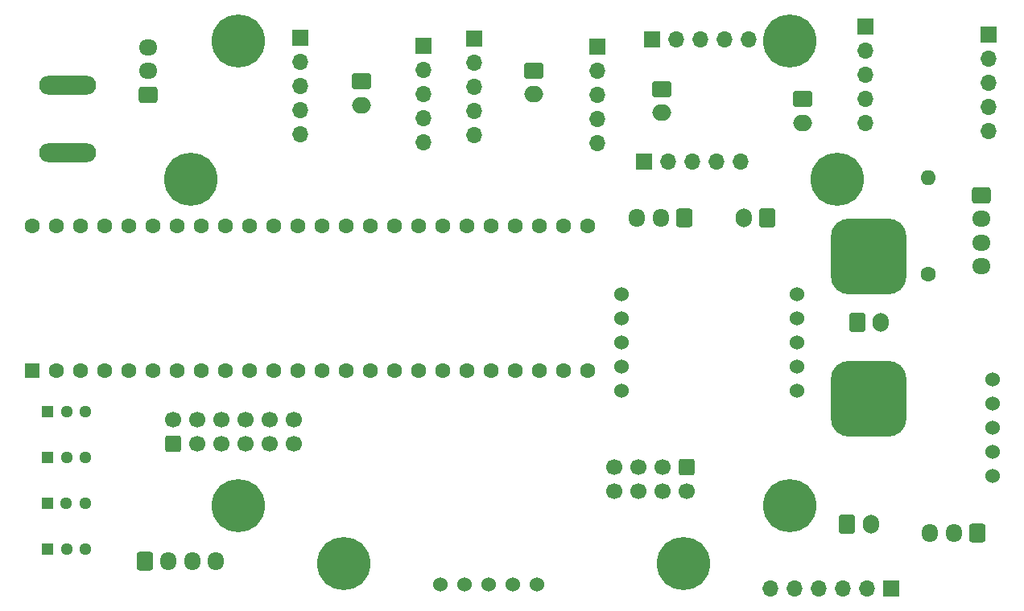
<source format=gbs>
%TF.GenerationSoftware,KiCad,Pcbnew,8.0.0-dirty*%
%TF.CreationDate,2024-04-26T00:17:44-04:00*%
%TF.ProjectId,MainPCB,4d61696e-5043-4422-9e6b-696361645f70,rev?*%
%TF.SameCoordinates,Original*%
%TF.FileFunction,Soldermask,Bot*%
%TF.FilePolarity,Negative*%
%FSLAX46Y46*%
G04 Gerber Fmt 4.6, Leading zero omitted, Abs format (unit mm)*
G04 Created by KiCad (PCBNEW 8.0.0-dirty) date 2024-04-26 00:17:44*
%MOMM*%
%LPD*%
G01*
G04 APERTURE LIST*
G04 Aperture macros list*
%AMRoundRect*
0 Rectangle with rounded corners*
0 $1 Rounding radius*
0 $2 $3 $4 $5 $6 $7 $8 $9 X,Y pos of 4 corners*
0 Add a 4 corners polygon primitive as box body*
4,1,4,$2,$3,$4,$5,$6,$7,$8,$9,$2,$3,0*
0 Add four circle primitives for the rounded corners*
1,1,$1+$1,$2,$3*
1,1,$1+$1,$4,$5*
1,1,$1+$1,$6,$7*
1,1,$1+$1,$8,$9*
0 Add four rect primitives between the rounded corners*
20,1,$1+$1,$2,$3,$4,$5,0*
20,1,$1+$1,$4,$5,$6,$7,0*
20,1,$1+$1,$6,$7,$8,$9,0*
20,1,$1+$1,$8,$9,$2,$3,0*%
G04 Aperture macros list end*
%ADD10R,1.295400X1.295400*%
%ADD11C,1.295400*%
%ADD12RoundRect,0.250000X0.600000X-0.600000X0.600000X0.600000X-0.600000X0.600000X-0.600000X-0.600000X0*%
%ADD13C,1.700000*%
%ADD14R,1.600000X1.600000*%
%ADD15C,1.600000*%
%ADD16R,1.700000X1.700000*%
%ADD17O,1.700000X1.700000*%
%ADD18RoundRect,0.250000X-0.600000X-0.750000X0.600000X-0.750000X0.600000X0.750000X-0.600000X0.750000X0*%
%ADD19O,1.700000X2.000000*%
%ADD20C,5.600000*%
%ADD21RoundRect,0.250000X-0.600000X0.600000X-0.600000X-0.600000X0.600000X-0.600000X0.600000X0.600000X0*%
%ADD22C,1.524000*%
%ADD23RoundRect,0.250000X-0.600000X-0.725000X0.600000X-0.725000X0.600000X0.725000X-0.600000X0.725000X0*%
%ADD24O,1.700000X1.950000*%
%ADD25RoundRect,0.250000X0.600000X0.725000X-0.600000X0.725000X-0.600000X-0.725000X0.600000X-0.725000X0*%
%ADD26RoundRect,0.250000X0.725000X-0.600000X0.725000X0.600000X-0.725000X0.600000X-0.725000X-0.600000X0*%
%ADD27O,1.950000X1.700000*%
%ADD28RoundRect,0.250000X-0.725000X0.600000X-0.725000X-0.600000X0.725000X-0.600000X0.725000X0.600000X0*%
%ADD29O,6.000000X2.000000*%
%ADD30RoundRect,0.250000X-0.750000X0.600000X-0.750000X-0.600000X0.750000X-0.600000X0.750000X0.600000X0*%
%ADD31O,2.000000X1.700000*%
%ADD32O,1.600000X1.600000*%
%ADD33RoundRect,2.000000X2.000000X-2.000000X2.000000X2.000000X-2.000000X2.000000X-2.000000X-2.000000X0*%
%ADD34RoundRect,0.250000X0.600000X0.750000X-0.600000X0.750000X-0.600000X-0.750000X0.600000X-0.750000X0*%
G04 APERTURE END LIST*
D10*
%TO.C,SW2*%
X91200000Y-110626000D03*
D11*
X93200000Y-110626000D03*
X95200001Y-110626000D03*
%TD*%
D12*
%TO.C,J8*%
X104380000Y-109140000D03*
D13*
X104380000Y-106600000D03*
X106920000Y-109140000D03*
X106920000Y-106600000D03*
X109460000Y-109140000D03*
X109460000Y-106600000D03*
X112000000Y-109140000D03*
X112000000Y-106600000D03*
X114540000Y-109140000D03*
X114540000Y-106600000D03*
X117080000Y-109140000D03*
X117080000Y-106600000D03*
%TD*%
D14*
%TO.C,U1*%
X89560000Y-101440000D03*
D15*
X92100000Y-101440000D03*
X94640000Y-101440000D03*
X97180000Y-101440000D03*
X99720000Y-101440000D03*
X102260000Y-101440000D03*
X104800000Y-101440000D03*
X107340000Y-101440000D03*
X109880000Y-101440000D03*
X112420000Y-101440000D03*
X114960000Y-101440000D03*
X117500000Y-101440000D03*
X120040000Y-101440000D03*
X122580000Y-101440000D03*
X125120000Y-101440000D03*
X127660000Y-101440000D03*
X130200000Y-101440000D03*
X132740000Y-101440000D03*
X135280000Y-101440000D03*
X137820000Y-101440000D03*
X140360000Y-101440000D03*
X142900000Y-101440000D03*
X145440000Y-101440000D03*
X147980000Y-101440000D03*
X147980000Y-86200000D03*
X145440000Y-86200000D03*
X142900000Y-86200000D03*
X140360000Y-86200000D03*
X137820000Y-86200000D03*
X135280000Y-86200000D03*
X132740000Y-86200000D03*
X130200000Y-86200000D03*
X127660000Y-86200000D03*
X125120000Y-86200000D03*
X122580000Y-86200000D03*
X120040000Y-86200000D03*
X117500000Y-86200000D03*
X114960000Y-86200000D03*
X112420000Y-86200000D03*
X109880000Y-86200000D03*
X107340000Y-86200000D03*
X104800000Y-86200000D03*
X102260000Y-86200000D03*
X99720000Y-86200000D03*
X97180000Y-86200000D03*
X94640000Y-86200000D03*
X92100000Y-86200000D03*
X89560000Y-86200000D03*
%TD*%
D16*
%TO.C,U5*%
X177207500Y-65233000D03*
D17*
X177207500Y-67773000D03*
X177207500Y-70313000D03*
X177207500Y-72853000D03*
X177207500Y-75393000D03*
D16*
X190141000Y-66087000D03*
D17*
X190141000Y-68627000D03*
X190141000Y-71167000D03*
X190141000Y-73707000D03*
X190141000Y-76247000D03*
%TD*%
D18*
%TO.C,J4*%
X176350000Y-96383000D03*
D19*
X178850000Y-96383000D03*
%TD*%
D20*
%TO.C,H1*%
X106243500Y-81302900D03*
%TD*%
D21*
%TO.C,J12*%
X158400000Y-111660000D03*
D13*
X158400000Y-114200000D03*
X155860000Y-111660000D03*
X155860000Y-114200000D03*
X153320000Y-111660000D03*
X153320000Y-114200000D03*
X150780000Y-111660000D03*
X150780000Y-114200000D03*
%TD*%
D20*
%TO.C,H8*%
X169230000Y-115731900D03*
%TD*%
%TO.C,H5*%
X169230000Y-66731900D03*
%TD*%
D16*
%TO.C,U2*%
X136064500Y-66531000D03*
D17*
X136064500Y-69071000D03*
X136064500Y-71611000D03*
X136064500Y-74151000D03*
X136064500Y-76691000D03*
D16*
X148998000Y-67385000D03*
D17*
X148998000Y-69925000D03*
X148998000Y-72465000D03*
X148998000Y-75005000D03*
X148998000Y-77545000D03*
%TD*%
D20*
%TO.C,H4*%
X158086200Y-121806800D03*
%TD*%
D18*
%TO.C,J10*%
X175300000Y-117600000D03*
D19*
X177800000Y-117600000D03*
%TD*%
D22*
%TO.C,U13*%
X190600000Y-112560000D03*
X190600000Y-110020000D03*
X190600000Y-107480000D03*
X190600000Y-104940000D03*
X190600000Y-102400000D03*
%TD*%
D10*
%TO.C,SW3*%
X91168000Y-115452000D03*
D11*
X93168000Y-115452000D03*
X95168001Y-115452000D03*
%TD*%
D23*
%TO.C,J1*%
X101400000Y-121550000D03*
D24*
X103900000Y-121550000D03*
X106400000Y-121550000D03*
X108900000Y-121550000D03*
%TD*%
D25*
%TO.C,J2*%
X189000000Y-118600000D03*
D24*
X186500000Y-118600000D03*
X184000000Y-118600000D03*
%TD*%
D10*
%TO.C,SW4*%
X91200000Y-120278000D03*
D11*
X93200000Y-120278000D03*
X95200001Y-120278000D03*
%TD*%
D16*
%TO.C,J5*%
X179900000Y-124400000D03*
D17*
X177360000Y-124400000D03*
X174820000Y-124400000D03*
X172280000Y-124400000D03*
X169740000Y-124400000D03*
X167200000Y-124400000D03*
%TD*%
D26*
%TO.C,J6*%
X101750000Y-72400000D03*
D27*
X101750000Y-69900000D03*
X101750000Y-67400000D03*
%TD*%
D10*
%TO.C,SW1*%
X91200000Y-105800000D03*
D11*
X93200000Y-105800000D03*
X95200001Y-105800000D03*
%TD*%
D20*
%TO.C,H2*%
X174216500Y-81302900D03*
%TD*%
%TO.C,H3*%
X122373900Y-121806800D03*
%TD*%
%TO.C,H6*%
X111230000Y-66731900D03*
%TD*%
D16*
%TO.C,U4*%
X117800000Y-66400000D03*
D17*
X117800000Y-68940000D03*
X117800000Y-71480000D03*
X117800000Y-74020000D03*
X117800000Y-76560000D03*
D16*
X130733500Y-67254000D03*
D17*
X130733500Y-69794000D03*
X130733500Y-72334000D03*
X130733500Y-74874000D03*
X130733500Y-77414000D03*
%TD*%
D28*
%TO.C,J9*%
X189400000Y-83000000D03*
D27*
X189400000Y-85500000D03*
X189400000Y-88000000D03*
X189400000Y-90500000D03*
%TD*%
D20*
%TO.C,H7*%
X111230000Y-115731900D03*
%TD*%
D29*
%TO.C,U12*%
X93273000Y-78515000D03*
X93273000Y-71415000D03*
%TD*%
D22*
%TO.C,U10*%
X151570000Y-93400000D03*
X151570000Y-95940000D03*
X151570000Y-98480000D03*
X151570000Y-101020000D03*
X151570000Y-103560000D03*
X170030000Y-93400000D03*
X170030000Y-98480000D03*
X170030000Y-103560000D03*
X170030000Y-95940000D03*
X170030000Y-101020000D03*
%TD*%
D30*
%TO.C,M4*%
X170585000Y-72890000D03*
D31*
X170585000Y-75390000D03*
%TD*%
D22*
%TO.C,U11*%
X132470000Y-123960000D03*
X135010000Y-123960000D03*
X137550000Y-123960000D03*
X140090000Y-123960000D03*
X142630000Y-123960000D03*
%TD*%
D15*
%TO.C,R1*%
X183800000Y-91280000D03*
D32*
X183800000Y-81120000D03*
%TD*%
D16*
%TO.C,U3*%
X153885500Y-79479500D03*
D17*
X156425500Y-79479500D03*
X158965500Y-79479500D03*
X161505500Y-79479500D03*
X164045500Y-79479500D03*
D16*
X154739500Y-66546000D03*
D17*
X157279500Y-66546000D03*
X159819500Y-66546000D03*
X162359500Y-66546000D03*
X164899500Y-66546000D03*
%TD*%
D25*
%TO.C,U6*%
X158200000Y-85400000D03*
D24*
X155700000Y-85400000D03*
X153200000Y-85400000D03*
%TD*%
D30*
%TO.C,M1*%
X142305000Y-69884100D03*
D31*
X142305000Y-72384100D03*
%TD*%
D30*
%TO.C,M3*%
X124200000Y-71000000D03*
D31*
X124200000Y-73500000D03*
%TD*%
D33*
%TO.C,J3*%
X177546000Y-104408000D03*
X177546000Y-89408000D03*
%TD*%
D34*
%TO.C,D1*%
X166900000Y-85400000D03*
D19*
X164400000Y-85400000D03*
%TD*%
D30*
%TO.C,M2*%
X155800000Y-71825000D03*
D31*
X155800000Y-74325000D03*
%TD*%
M02*

</source>
